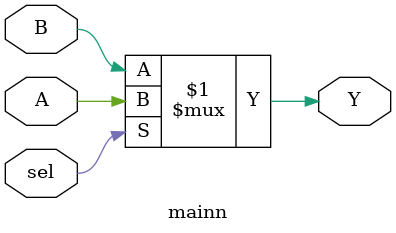
<source format=v>
module mainn(A,B,sel,Y);

input A,B,sel;
output Y;
assign Y = sel ? A:B;

endmodule
</source>
